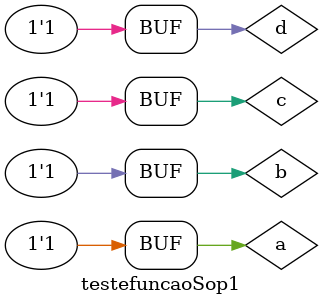
<source format=v>

 module funcaoSop1(s, a, b, c, d);
 output s;
 input a, b, c, d;
 wire tem1, tem2, tem3, tem4, tem5, tem6;

 not NOT1 (tem1, a);
 not NOT2 (tem2, c);
 and AND1 (tem3, a , tem2, d);
 and AND2 (tem4, tem1, c);
 and AND3 (tem5, b, d);
 and AND4 (tem6, b, c);
 or OR1(s, tem3, tem4, tem5, tem6);
 
 endmodule
 
 module testefuncaoSop1;
 reg a, b, c, d;
 wire s;
 
  funcaoSop1 FUN1 (s, a, b, c, d);
 
  initial begin
      $display("Laboratorio 08 - Karen Alves Pereira - 407451");
      $display("TESTE FUNCAO");
      $display("\na    b    c    d    s\n");
      $monitor("%b   %b   %b    %b    %b", a, b, c, d, s);
		
		  a=0; b=0; c=0; d=0;
    #1  a=0; b=0; c=0; d=1;
    #1  a=0; b=0; c=1; d=0;
    #1  a=0; b=0; c=1; d=1;
	 #1  a=0; b=1; c=0; d=0;
    #1  a=0; b=1; c=0; d=1;
    #1  a=0; b=1; c=1; d=0;
    #1  a=0; b=1; c=1; d=1;
    #1  a=1; b=0; c=0; d=0;
    #1  a=1; b=0; c=0; d=1;
    #1  a=1; b=0; c=1; d=0;
	 #1  a=1; b=0; c=1; d=1;
    #1  a=1; b=1; c=0; d=0;
    #1  a=1; b=1; c=0; d=1;
    #1  a=1; b=1; c=1; d=0;
    #1  a=1; b=1; c=1; d=1;  
	    		  
    end
 
 endmodule 
 
 
</source>
